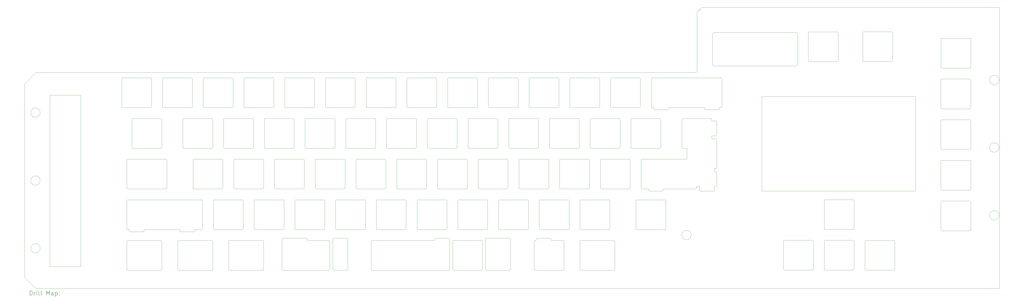
<source format=gbr>
%TF.GenerationSoftware,KiCad,Pcbnew,8.0.3*%
%TF.CreationDate,2024-09-11T17:16:24-04:00*%
%TF.ProjectId,cover_plate,636f7665-725f-4706-9c61-74652e6b6963,rev?*%
%TF.SameCoordinates,Original*%
%TF.FileFunction,Drillmap*%
%TF.FilePolarity,Positive*%
%FSLAX45Y45*%
G04 Gerber Fmt 4.5, Leading zero omitted, Abs format (unit mm)*
G04 Created by KiCad (PCBNEW 8.0.3) date 2024-09-11 17:16:24*
%MOMM*%
%LPD*%
G01*
G04 APERTURE LIST*
%ADD10C,0.100000*%
%ADD11C,0.200000*%
G04 APERTURE END LIST*
D10*
X27402095Y-18898355D02*
G75*
G02*
X27452095Y-18948355I-5J-50005D01*
G01*
X17379645Y-16578355D02*
G75*
G02*
X17329645Y-16528355I-5J49995D01*
G01*
X26452145Y-14668355D02*
G75*
G02*
X26402145Y-14618355I-5J49995D01*
G01*
X12127145Y-12758355D02*
X13427145Y-12758355D01*
X39928395Y-15767155D02*
X39867195Y-15767155D01*
X22072145Y-14618355D02*
X22072145Y-13318355D01*
X39928395Y-15767155D02*
G75*
G02*
X39978395Y-15817155I-5J-50005D01*
G01*
X46874185Y-10592195D02*
X48174185Y-10592195D01*
X28757145Y-12708355D02*
G75*
G02*
X28707145Y-12758365I-50005J-5D01*
G01*
X20244645Y-18488355D02*
G75*
G02*
X20194645Y-18438355I-5J49995D01*
G01*
X31227145Y-12758355D02*
X32527145Y-12758355D01*
X51835605Y-15233675D02*
X50535605Y-15233675D01*
X22977145Y-11358355D02*
G75*
G02*
X23027145Y-11408355I-5J-50005D01*
G01*
X48277065Y-18992795D02*
X46977065Y-18992795D01*
X31177145Y-11408355D02*
G75*
G02*
X31227145Y-11358365I49995J-5D01*
G01*
X16342145Y-20348355D02*
X16342145Y-19048355D01*
X23982145Y-14618355D02*
G75*
G02*
X23932145Y-14668365I-50005J-5D01*
G01*
X22627195Y-18898355D02*
G75*
G02*
X22677195Y-18948355I-5J-50005D01*
G01*
X20162145Y-14618355D02*
X20162145Y-13318355D01*
X34042145Y-13318355D02*
X34042145Y-14618355D01*
X16902145Y-14668355D02*
G75*
G02*
X16852145Y-14618355I-5J49995D01*
G01*
X30749645Y-16578355D02*
G75*
G02*
X30699645Y-16528355I-5J49995D01*
G01*
X21833395Y-20348355D02*
X21833395Y-19048355D01*
X27357145Y-11408355D02*
X27357145Y-12708355D01*
X16342145Y-14618355D02*
G75*
G02*
X16292145Y-14668365I-50005J-5D01*
G01*
X31512145Y-18998355D02*
X31512145Y-18948360D01*
X23587145Y-12758355D02*
X24887145Y-12758355D01*
X18679645Y-15178355D02*
G75*
G02*
X18729645Y-15228355I-5J-50005D01*
G01*
X36002145Y-14668355D02*
G75*
G02*
X35952145Y-14618355I-5J49995D01*
G01*
X50485605Y-11463675D02*
G75*
G02*
X50535605Y-11413685I49995J-5D01*
G01*
X32659645Y-16578355D02*
G75*
G02*
X32609645Y-16528355I-5J49995D01*
G01*
X13126645Y-18488855D02*
X14814645Y-18488855D01*
X20732145Y-18898355D02*
G75*
G02*
X20782145Y-18948355I-5J-50005D01*
G01*
X28312145Y-13318355D02*
X28312145Y-14618355D01*
X28789645Y-15228355D02*
X28789645Y-16528355D01*
X38389645Y-14668355D02*
G75*
G02*
X38339645Y-14618355I-5J49995D01*
G01*
X39689645Y-13268355D02*
X38389645Y-13268355D01*
X48174185Y-9192195D02*
G75*
G02*
X48224185Y-9242195I-5J-50005D01*
G01*
X33614645Y-20398355D02*
X35153395Y-20398355D01*
X21677145Y-12758355D02*
X22977145Y-12758355D01*
X48224185Y-10542195D02*
X48224185Y-9242195D01*
X28789645Y-15228355D02*
G75*
G02*
X28839645Y-15178365I49995J-5D01*
G01*
X32527145Y-11358355D02*
G75*
G02*
X32577145Y-11408355I-5J-50005D01*
G01*
X22582145Y-13318355D02*
X22582145Y-14618355D01*
X28312145Y-13318355D02*
G75*
G02*
X28362145Y-13268365I49995J-5D01*
G01*
X37718345Y-12808355D02*
G75*
G02*
X37668345Y-12858365I-50005J-5D01*
G01*
X18252145Y-14618355D02*
X18252145Y-13318355D01*
X26797145Y-11358355D02*
G75*
G02*
X26847145Y-11408355I-5J-50005D01*
G01*
X22677195Y-20348355D02*
X22677195Y-18948355D01*
X22154645Y-18488355D02*
X23454645Y-18488355D01*
X20589645Y-15178355D02*
X19289645Y-15178355D01*
X14703395Y-19048355D02*
X14703395Y-20348355D01*
X36240895Y-18488355D02*
G75*
G02*
X36190895Y-18438355I-5J49995D01*
G01*
X31094645Y-17088355D02*
G75*
G02*
X31144645Y-17138355I-5J-50005D01*
G01*
X32816127Y-20348355D02*
G75*
G02*
X32765913Y-20398598I-50238J-5D01*
G01*
X38389645Y-14668355D02*
X38578395Y-14668355D01*
X27834645Y-17138355D02*
X27834645Y-18438355D01*
X31654645Y-17138355D02*
G75*
G02*
X31704645Y-17088365I49995J-5D01*
G01*
X16852145Y-13318355D02*
G75*
G02*
X16902145Y-13268365I49995J-5D01*
G01*
X15419645Y-15228355D02*
G75*
G02*
X15469645Y-15178365I49995J-5D01*
G01*
X12365895Y-18488355D02*
X12427095Y-18488855D01*
X27752145Y-13268355D02*
G75*
G02*
X27802145Y-13318355I-5J-50005D01*
G01*
X16852145Y-13318355D02*
X16852145Y-14618355D01*
X18762145Y-13318355D02*
X18762145Y-14618355D01*
X16342145Y-14618355D02*
X16342145Y-13318355D01*
X14814645Y-18488855D02*
X14814645Y-18538355D01*
X25924645Y-17138355D02*
G75*
G02*
X25974645Y-17088365I49995J-5D01*
G01*
X21067145Y-11358355D02*
X19767145Y-11358355D01*
X51835605Y-13323675D02*
G75*
G02*
X51885605Y-13373675I-5J-50005D01*
G01*
X20194645Y-17138355D02*
X20194645Y-18438355D01*
X24459645Y-16528355D02*
X24459645Y-15228355D01*
X33482145Y-13268355D02*
G75*
G02*
X33532145Y-13318355I-5J-50005D01*
G01*
X34437145Y-11358355D02*
G75*
G02*
X34487145Y-11408355I-5J-50005D01*
G01*
X23932145Y-13268355D02*
X22632145Y-13268355D01*
X29317145Y-12758355D02*
X30617145Y-12758355D01*
X31177145Y-11408355D02*
X31177145Y-12708355D01*
X30617145Y-11358355D02*
X29317145Y-11358355D01*
X53210000Y-11456000D02*
G75*
G02*
X52770000Y-11456000I-220000J0D01*
G01*
X52770000Y-11456000D02*
G75*
G02*
X53210000Y-11456000I220000J0D01*
G01*
X32182145Y-14668355D02*
G75*
G02*
X32132145Y-14618355I-5J49995D01*
G01*
X45018245Y-17130975D02*
X45018245Y-18430975D01*
X44509445Y-20340015D02*
X44509445Y-19040015D01*
X31704645Y-18488355D02*
G75*
G02*
X31654645Y-18438355I-5J49995D01*
G01*
X25842145Y-13268355D02*
X24542145Y-13268355D01*
X35203975Y-20348001D02*
G75*
G02*
X35153065Y-20398945I-50585J-359D01*
G01*
X34914645Y-17088355D02*
G75*
G02*
X34964645Y-17138355I-5J-50005D01*
G01*
X33004645Y-17088355D02*
G75*
G02*
X33054645Y-17138355I-5J-50005D01*
G01*
X21783395Y-18998355D02*
G75*
G02*
X21833395Y-19048355I-5J-50005D01*
G01*
X33614645Y-20398355D02*
G75*
G02*
X33564645Y-20348355I-5J49995D01*
G01*
X50489355Y-9554355D02*
G75*
G02*
X50539355Y-9504355I50005J-5D01*
G01*
X22027195Y-20398355D02*
X22627195Y-20398355D01*
X21544645Y-17088355D02*
G75*
G02*
X21594645Y-17138355I-5J-50005D01*
G01*
X18729645Y-16528355D02*
X18729645Y-15228355D01*
X35392145Y-13268355D02*
G75*
G02*
X35442145Y-13318355I-5J-50005D01*
G01*
X27802145Y-14618355D02*
G75*
G02*
X27752145Y-14668365I-50005J-5D01*
G01*
X16902145Y-14668355D02*
X18202145Y-14668355D01*
X12315676Y-17138355D02*
G75*
G02*
X12365765Y-17088176I50184J-5D01*
G01*
X23027145Y-12708355D02*
X23027145Y-11408355D01*
X24064645Y-18488355D02*
X25364645Y-18488355D01*
X30139645Y-15178355D02*
X28839645Y-15178355D01*
X20639645Y-16528355D02*
G75*
G02*
X20589645Y-16578365I-50005J-5D01*
G01*
X50535605Y-12813675D02*
X51835605Y-12813675D01*
X19684645Y-18438355D02*
X19684645Y-17138355D01*
X21833395Y-20348355D02*
G75*
G02*
X21783395Y-20398355I-49995J-5D01*
G01*
X45018245Y-19040975D02*
G75*
G02*
X45068245Y-18990985I49995J-5D01*
G01*
X39739645Y-14079555D02*
X39739645Y-14223355D01*
X37068345Y-12858355D02*
X37668345Y-12858355D01*
X29794645Y-18488355D02*
G75*
G02*
X29744645Y-18438355I-5J49995D01*
G01*
X18334645Y-18488355D02*
X19634645Y-18488355D01*
X36479645Y-16578355D02*
X36779595Y-16578355D01*
X29794645Y-18488355D02*
X31094645Y-18488355D01*
X28229645Y-15178355D02*
G75*
G02*
X28279645Y-15228355I-5J-50005D01*
G01*
X20639645Y-16528355D02*
X20639645Y-15228355D01*
X12477095Y-18588355D02*
G75*
G02*
X12427095Y-18538355I-5J49995D01*
G01*
X34092145Y-14668355D02*
X35392145Y-14668355D01*
X30699645Y-15228355D02*
G75*
G02*
X30749645Y-15178365I49995J-5D01*
G01*
X18202145Y-13268355D02*
X16902145Y-13268355D01*
X20722145Y-14668355D02*
X22022145Y-14668355D01*
X26452145Y-14668355D02*
X27752145Y-14668355D01*
X28362145Y-14668355D02*
G75*
G02*
X28312145Y-14618355I-5J49995D01*
G01*
X30272145Y-14668355D02*
X31572145Y-14668355D01*
X16819645Y-16528355D02*
X16819645Y-15228355D01*
X51885605Y-18493675D02*
X51885605Y-17193675D01*
X51885605Y-18493675D02*
G75*
G02*
X51835605Y-18543685I-50005J-5D01*
G01*
X40174145Y-11358355D02*
X36957145Y-11358355D01*
X39772845Y-9325115D02*
G75*
G02*
X39872845Y-9225125I99995J-5D01*
G01*
X34569645Y-16578355D02*
X35869645Y-16578355D01*
X27274645Y-17088355D02*
X25974645Y-17088355D01*
X24409645Y-15178355D02*
X23109645Y-15178355D01*
X14143395Y-15178355D02*
X12365895Y-15178355D01*
X39023395Y-16528355D02*
X39023395Y-16467155D01*
X31415895Y-19048355D02*
G75*
G02*
X31465895Y-18998365I49995J-5D01*
G01*
X32099645Y-16528355D02*
G75*
G02*
X32049645Y-16578365I-50005J-5D01*
G01*
X30303395Y-20348355D02*
X30303395Y-18948355D01*
X29267145Y-11408355D02*
X29267145Y-12708355D01*
X50535605Y-14723675D02*
X51835605Y-14723675D01*
X33532145Y-14618355D02*
G75*
G02*
X33482145Y-14668365I-50005J-5D01*
G01*
X28279645Y-16528355D02*
G75*
G02*
X28229645Y-16578365I-50005J-5D01*
G01*
X30189645Y-16528355D02*
G75*
G02*
X30139645Y-16578365I-50005J-5D01*
G01*
X39772845Y-9325115D02*
X39772845Y-10700115D01*
X13427145Y-11358355D02*
G75*
G02*
X13477145Y-11408355I-5J-50005D01*
G01*
X39217195Y-16678355D02*
G75*
G02*
X39167195Y-16628355I-5J49995D01*
G01*
X45670345Y-10547615D02*
G75*
G02*
X45620345Y-10597625I-50005J-5D01*
G01*
X13954645Y-14618355D02*
G75*
G02*
X13904645Y-14668365I-50005J-5D01*
G01*
X12554645Y-13318355D02*
X12554645Y-14618355D01*
X51889355Y-10854355D02*
X51889355Y-9554355D01*
X23827000Y-20398355D02*
X27402095Y-20398355D01*
X28839645Y-16578355D02*
G75*
G02*
X28789645Y-16528355I-5J49995D01*
G01*
X37352145Y-14618355D02*
G75*
G02*
X37302145Y-14668365I-50005J-5D01*
G01*
X27407145Y-12758355D02*
X28707145Y-12758355D01*
X17297145Y-12708355D02*
G75*
G02*
X17247145Y-12758365I-50005J-5D01*
G01*
X39405945Y-12758355D02*
X39405945Y-12808355D01*
X25497145Y-12758355D02*
G75*
G02*
X25447145Y-12708355I-5J49995D01*
G01*
X22549645Y-16528355D02*
X22549645Y-15228355D01*
X23537145Y-11408355D02*
G75*
G02*
X23587145Y-11358365I49995J-5D01*
G01*
X46368245Y-18990975D02*
G75*
G02*
X46418245Y-19040975I-5J-50005D01*
G01*
X35919645Y-16528355D02*
G75*
G02*
X35869645Y-16578365I-50005J-5D01*
G01*
X26879645Y-15228355D02*
X26879645Y-16528355D01*
X23982145Y-14618355D02*
X23982145Y-13318355D01*
X21627145Y-11408355D02*
G75*
G02*
X21677145Y-11358365I49995J-5D01*
G01*
X27452095Y-20348355D02*
X27452095Y-18948355D01*
X27452095Y-20348355D02*
G75*
G02*
X27402095Y-20398365I-50005J-5D01*
G01*
X39739645Y-13379555D02*
X39739645Y-13318355D01*
X51839355Y-9504355D02*
X50539355Y-9504355D01*
X26369645Y-16528355D02*
X26369645Y-15228355D01*
X33004645Y-17088355D02*
X31704645Y-17088355D01*
X29712145Y-14618355D02*
X29712145Y-13318355D01*
X20589645Y-15178355D02*
G75*
G02*
X20639645Y-15228355I-5J-50005D01*
G01*
X32049645Y-15178355D02*
X30749645Y-15178355D01*
X32212145Y-18998355D02*
X32212145Y-18948360D01*
X39872845Y-10800115D02*
X43697845Y-10800115D01*
X39928395Y-13379555D02*
G75*
G02*
X39978395Y-13429555I-5J-50005D01*
G01*
X23775895Y-19048355D02*
G75*
G02*
X23825895Y-18998365I49995J-5D01*
G01*
X33137145Y-12758355D02*
G75*
G02*
X33087145Y-12708355I-5J49995D01*
G01*
X37018345Y-12758355D02*
X37018345Y-12808355D01*
X39867195Y-16628355D02*
X39867195Y-16467155D01*
X37540895Y-17088355D02*
G75*
G02*
X37590895Y-17138355I-5J-50005D01*
G01*
X39978395Y-14029555D02*
X39978395Y-13429555D01*
X43772845Y-10725115D02*
G75*
G02*
X43697845Y-10800125I-75005J-5D01*
G01*
X33614645Y-18488355D02*
G75*
G02*
X33564645Y-18438355I-5J49995D01*
G01*
X50535605Y-16633675D02*
G75*
G02*
X50485605Y-16583675I-5J49995D01*
G01*
X35869645Y-15178355D02*
G75*
G02*
X35919645Y-15228355I-5J-50005D01*
G01*
X21977195Y-18948355D02*
X21977195Y-20348355D01*
X26797145Y-11358355D02*
X25497145Y-11358355D01*
X38339645Y-13318355D02*
G75*
G02*
X38389645Y-13268365I49995J-5D01*
G01*
X39867195Y-16467155D02*
X39928395Y-16467155D01*
X29189695Y-20398355D02*
X30253395Y-20398355D01*
X37540895Y-17088355D02*
X36240895Y-17088355D01*
X40105945Y-12808355D02*
G75*
G02*
X40055945Y-12858365I-50005J-5D01*
G01*
X32099645Y-16528355D02*
X32099645Y-15228355D01*
X12316000Y-20349000D02*
X12316000Y-19049000D01*
X39872845Y-10800115D02*
G75*
G02*
X39772845Y-10700115I-5J99995D01*
G01*
X46368245Y-18990975D02*
X45068245Y-18990975D01*
X23827000Y-20398504D02*
G75*
G02*
X23775734Y-20348355I-1110J50144D01*
G01*
X30222145Y-13318355D02*
G75*
G02*
X30272145Y-13268365I49995J-5D01*
G01*
X31572145Y-13268355D02*
G75*
G02*
X31622145Y-13318355I-5J-50005D01*
G01*
X27884645Y-18488355D02*
X29184645Y-18488355D01*
X24492145Y-13318355D02*
X24492145Y-14618355D01*
X45068245Y-20390975D02*
X46368245Y-20390975D01*
X44320345Y-10597615D02*
X45620345Y-10597615D01*
X34964645Y-18438355D02*
X34964645Y-17138355D01*
X25447145Y-11408355D02*
G75*
G02*
X25497145Y-11358365I49995J-5D01*
G01*
X39455945Y-12858355D02*
G75*
G02*
X39405945Y-12808355I-5J49995D01*
G01*
X51885605Y-14673675D02*
X51885605Y-13373675D01*
X14942145Y-13318355D02*
G75*
G02*
X14992145Y-13268365I49995J-5D01*
G01*
X26879645Y-15228355D02*
G75*
G02*
X26929645Y-15178365I49995J-5D01*
G01*
X37479595Y-16628355D02*
G75*
G02*
X37429595Y-16678365I-50005J-5D01*
G01*
X14864695Y-18588355D02*
X15464695Y-18588355D01*
X34009645Y-16528355D02*
G75*
G02*
X33959645Y-16578365I-50005J-5D01*
G01*
X26752095Y-18997855D02*
X23825895Y-18998355D01*
X15864645Y-18438355D02*
G75*
G02*
X15814645Y-18488365I-50005J-5D01*
G01*
X24542145Y-14668355D02*
G75*
G02*
X24492145Y-14618355I-5J49995D01*
G01*
X50539355Y-10904355D02*
G75*
G02*
X50489365Y-10854355I5J49995D01*
G01*
X21977195Y-18948355D02*
G75*
G02*
X22027195Y-18898365I49995J-5D01*
G01*
X14992145Y-14668355D02*
X16292145Y-14668355D01*
X28707145Y-11358355D02*
G75*
G02*
X28757145Y-11408355I-5J-50005D01*
G01*
X31144645Y-18438355D02*
X31144645Y-17138355D01*
X53237000Y-8047325D02*
X53237000Y-21242325D01*
X53227325Y-21252000D01*
X8034605Y-21252000D01*
X7518872Y-20736267D01*
X7518872Y-11634085D01*
X8022281Y-11130676D01*
X8022281Y-11130000D01*
X8047781Y-11104500D01*
X39026105Y-11104500D01*
X39051605Y-11079000D01*
X39051605Y-8264000D01*
X39268605Y-8047000D01*
X53233325Y-8047000D01*
X53235000Y-8045325D01*
X53237000Y-8047325D01*
X34487145Y-12708355D02*
G75*
G02*
X34437145Y-12758365I-50005J-5D01*
G01*
X8255000Y-12993000D02*
G75*
G02*
X7815000Y-12993000I-220000J0D01*
G01*
X7815000Y-12993000D02*
G75*
G02*
X8255000Y-12993000I220000J0D01*
G01*
X8254000Y-16186000D02*
G75*
G02*
X7814000Y-16186000I-220000J0D01*
G01*
X7814000Y-16186000D02*
G75*
G02*
X8254000Y-16186000I220000J0D01*
G01*
X27802145Y-14618355D02*
X27802145Y-13318355D01*
X22627195Y-18898355D02*
X22027195Y-18898355D01*
X48224185Y-10542195D02*
G75*
G02*
X48174185Y-10592205I-50005J-5D01*
G01*
X43109445Y-19040015D02*
G75*
G02*
X43159445Y-18990025I49995J-5D01*
G01*
X39978395Y-15573355D02*
G75*
G02*
X39928395Y-15623365I-50005J-5D01*
G01*
X36397145Y-12708355D02*
X36397145Y-11408355D01*
X21149645Y-15228355D02*
G75*
G02*
X21199645Y-15178365I49995J-5D01*
G01*
X29744645Y-17138355D02*
G75*
G02*
X29794645Y-17088365I49995J-5D01*
G01*
X40174000Y-11358355D02*
G75*
G02*
X40217613Y-11408355I-6860J-50005D01*
G01*
X19207145Y-12708355D02*
G75*
G02*
X19157145Y-12758365I-50005J-5D01*
G01*
X21783395Y-18998355D02*
X20782145Y-18997855D01*
X25019645Y-16578355D02*
G75*
G02*
X24969645Y-16528355I-5J49995D01*
G01*
X30667145Y-12708355D02*
G75*
G02*
X30617145Y-12758365I-50005J-5D01*
G01*
X25364645Y-17088355D02*
X24064645Y-17088355D01*
X13127095Y-18538355D02*
X13126645Y-18488855D01*
X34009645Y-16528355D02*
X34009645Y-15228355D01*
X8708000Y-12175000D02*
X10159000Y-12175000D01*
X10159000Y-20226000D01*
X8708000Y-20226000D01*
X8708000Y-12175000D01*
X21199645Y-16578355D02*
X22499645Y-16578355D01*
X48174185Y-9192195D02*
X46874185Y-9192195D01*
X51839355Y-9504355D02*
G75*
G02*
X51889365Y-9554355I5J-50005D01*
G01*
X15469645Y-16578355D02*
X16769645Y-16578355D01*
X46418245Y-18430975D02*
X46418245Y-17130975D01*
X19207145Y-12708355D02*
X19207145Y-11408355D01*
X46977065Y-20392795D02*
X48277065Y-20392795D01*
X43159445Y-20390015D02*
X44459445Y-20390015D01*
X18729645Y-20348355D02*
G75*
G02*
X18679645Y-20398365I-50005J-5D01*
G01*
X35153537Y-18998214D02*
G75*
G02*
X35203537Y-19048355I-147J-50147D01*
G01*
X26847145Y-12708355D02*
G75*
G02*
X26797145Y-12758365I-50005J-5D01*
G01*
X32577145Y-12708355D02*
X32577145Y-11408355D01*
X32815895Y-20348000D02*
X32815895Y-19048360D01*
X16769645Y-15178355D02*
G75*
G02*
X16819645Y-15228355I-5J-50005D01*
G01*
X46418245Y-20340975D02*
X46418245Y-19040975D01*
X19157145Y-11358355D02*
G75*
G02*
X19207145Y-11408355I-5J-50005D01*
G01*
X13477145Y-12708355D02*
X13477145Y-11408355D01*
X20194645Y-17138355D02*
G75*
G02*
X20244645Y-17088365I49995J-5D01*
G01*
X50485605Y-13373675D02*
X50485605Y-14673675D01*
X16292145Y-18998355D02*
X14753395Y-18998355D01*
X33054645Y-18438355D02*
X33054645Y-17138355D01*
X35442145Y-14618355D02*
G75*
G02*
X35392145Y-14668365I-50005J-5D01*
G01*
X27834645Y-17138355D02*
G75*
G02*
X27884645Y-17088365I49995J-5D01*
G01*
X32527145Y-11358355D02*
X31227145Y-11358355D01*
X22104645Y-17138355D02*
X22104645Y-18438355D01*
X34997145Y-11408355D02*
X34997145Y-12708355D01*
X36479645Y-16578355D02*
G75*
G02*
X36429645Y-16528355I-5J49995D01*
G01*
X21067145Y-11358355D02*
G75*
G02*
X21117145Y-11408355I-5J-50005D01*
G01*
X24492145Y-13318355D02*
G75*
G02*
X24542145Y-13268365I49995J-5D01*
G01*
X51835605Y-13323675D02*
X50535605Y-13323675D01*
X16292145Y-13268355D02*
G75*
G02*
X16342145Y-13318355I-5J-50005D01*
G01*
X46418245Y-18430975D02*
G75*
G02*
X46368245Y-18480985I-50005J-5D01*
G01*
X45068245Y-18480975D02*
G75*
G02*
X45018245Y-18430975I-5J49995D01*
G01*
X37068345Y-12858355D02*
G75*
G02*
X37018345Y-12808355I-5J49995D01*
G01*
X13907000Y-20399000D02*
X12366000Y-20399000D01*
X28757145Y-12708355D02*
X28757145Y-11408355D01*
X22022145Y-13268355D02*
X20722145Y-13268355D01*
X25924645Y-17138355D02*
X25924645Y-18438355D01*
X22499645Y-15178355D02*
X21199645Y-15178355D01*
X39739645Y-14079555D02*
X39928395Y-14079555D01*
X22027195Y-20398355D02*
G75*
G02*
X21977195Y-20348355I-5J49995D01*
G01*
X32182145Y-14668355D02*
X33482145Y-14668355D01*
X17724645Y-17088355D02*
G75*
G02*
X17774645Y-17138355I-5J-50005D01*
G01*
X21594645Y-18438355D02*
G75*
G02*
X21544645Y-18488365I-50005J-5D01*
G01*
X19717145Y-11408355D02*
X19717145Y-12708355D01*
X38339645Y-13318355D02*
X38339645Y-14618355D01*
X39867195Y-15623355D02*
X39928395Y-15623355D01*
X24887145Y-11358355D02*
X23587145Y-11358355D01*
X17857145Y-12758355D02*
G75*
G02*
X17807145Y-12708355I-5J49995D01*
G01*
X30189645Y-16528355D02*
X30189645Y-15228355D01*
X28839645Y-16578355D02*
X30139645Y-16578355D01*
X31622145Y-14618355D02*
G75*
G02*
X31572145Y-14668365I-50005J-5D01*
G01*
X24887145Y-11358355D02*
G75*
G02*
X24937145Y-11408355I-5J-50005D01*
G01*
X39928395Y-14223355D02*
X39739645Y-14223355D01*
X39167195Y-16467155D02*
X39167195Y-16628355D01*
X46418245Y-20340975D02*
G75*
G02*
X46368245Y-20390985I-50005J-5D01*
G01*
X37718345Y-12808355D02*
X37718345Y-12758355D01*
X12315895Y-15228355D02*
X12315895Y-16528355D01*
X22632145Y-14668355D02*
X23932145Y-14668355D01*
X31512145Y-18948360D02*
G75*
G02*
X31562145Y-18898365I49995J0D01*
G01*
X18729645Y-19048355D02*
X18729645Y-20348355D01*
X25414645Y-18438355D02*
G75*
G02*
X25364645Y-18488365I-50005J-5D01*
G01*
X19639595Y-20398355D02*
X21783000Y-20398355D01*
X13907000Y-18999000D02*
G75*
G02*
X13957000Y-19049000I0J-50000D01*
G01*
X50485605Y-17193675D02*
G75*
G02*
X50535605Y-17143685I49995J-5D01*
G01*
X21677145Y-12758355D02*
G75*
G02*
X21627145Y-12708355I-5J49995D01*
G01*
X46874185Y-10592195D02*
G75*
G02*
X46824185Y-10542195I-5J49995D01*
G01*
X31622145Y-14618355D02*
X31622145Y-13318355D01*
X35047145Y-12758355D02*
X36347145Y-12758355D01*
X33564645Y-17138355D02*
X33564645Y-18438355D01*
X18812145Y-14668355D02*
X20112145Y-14668355D01*
X17297145Y-12708355D02*
X17297145Y-11408355D01*
X17329645Y-15228355D02*
G75*
G02*
X17379645Y-15178365I49995J-5D01*
G01*
X39689645Y-13268355D02*
G75*
G02*
X39739645Y-13318355I-5J-50005D01*
G01*
X51885605Y-16583675D02*
G75*
G02*
X51835605Y-16633685I-50005J-5D01*
G01*
X39978395Y-16417155D02*
G75*
G02*
X39928395Y-16467165I-50005J-5D01*
G01*
X16374645Y-17138355D02*
X16374645Y-18438355D01*
X26752095Y-18948355D02*
X26752095Y-18997855D01*
X12604645Y-14668355D02*
G75*
G02*
X12554645Y-14618355I-5J49995D01*
G01*
X34437145Y-11358355D02*
X33137145Y-11358355D01*
X12316000Y-19049000D02*
G75*
G02*
X12366000Y-18999000I50000J0D01*
G01*
X29184645Y-17088355D02*
G75*
G02*
X29234645Y-17138355I-5J-50005D01*
G01*
X34964645Y-18438355D02*
G75*
G02*
X34914645Y-18488365I-50005J-5D01*
G01*
X27407145Y-12758355D02*
G75*
G02*
X27357145Y-12708355I-5J49995D01*
G01*
X25447145Y-11408355D02*
X25447145Y-12708355D01*
X29184645Y-17088355D02*
X27884645Y-17088355D01*
X29317145Y-12758355D02*
G75*
G02*
X29267145Y-12708355I-5J49995D01*
G01*
X17088539Y-19047711D02*
X17088539Y-20347711D01*
X31654645Y-17138355D02*
X31654645Y-18438355D01*
X8257000Y-19366000D02*
G75*
G02*
X7817000Y-19366000I-220000J0D01*
G01*
X7817000Y-19366000D02*
G75*
G02*
X8257000Y-19366000I220000J0D01*
G01*
X19239645Y-15228355D02*
G75*
G02*
X19289645Y-15178365I49995J-5D01*
G01*
X28995895Y-20348355D02*
G75*
G02*
X28945895Y-20398365I-50005J-5D01*
G01*
X15947145Y-12758355D02*
X17247145Y-12758355D01*
X31094645Y-17088355D02*
X29794645Y-17088355D01*
X33532145Y-14618355D02*
X33532145Y-13318355D01*
X29662145Y-13268355D02*
X28362145Y-13268355D01*
X23059645Y-15228355D02*
G75*
G02*
X23109645Y-15178365I49995J-5D01*
G01*
X17724645Y-17088355D02*
X16424645Y-17088355D01*
X19634645Y-17088355D02*
G75*
G02*
X19684645Y-17138355I-5J-50005D01*
G01*
X24064645Y-18488355D02*
G75*
G02*
X24014645Y-18438355I-5J49995D01*
G01*
X24459645Y-16528355D02*
G75*
G02*
X24409645Y-16578365I-50005J-5D01*
G01*
X33959645Y-15178355D02*
X32659645Y-15178355D01*
X37479595Y-16628355D02*
X37479595Y-16578355D01*
X33087145Y-11408355D02*
G75*
G02*
X33137145Y-11358365I49995J-5D01*
G01*
X15337145Y-11358355D02*
X14037145Y-11358355D01*
X30617145Y-11358355D02*
G75*
G02*
X30667145Y-11408355I-5J-50005D01*
G01*
X50485605Y-15283675D02*
G75*
G02*
X50535605Y-15233685I49995J-5D01*
G01*
X19157145Y-11358355D02*
X17857145Y-11358355D01*
X50535605Y-12813675D02*
G75*
G02*
X50485605Y-12763675I-5J49995D01*
G01*
X45018245Y-19040975D02*
X45018245Y-20340975D01*
X29712145Y-14618355D02*
G75*
G02*
X29662145Y-14668365I-50005J-5D01*
G01*
X27324645Y-18438355D02*
X27324645Y-17138355D01*
X34042145Y-13318355D02*
G75*
G02*
X34092145Y-13268365I49995J-5D01*
G01*
X26929645Y-16578355D02*
G75*
G02*
X26879645Y-16528355I-5J49995D01*
G01*
X12604645Y-14668355D02*
X13904645Y-14668355D01*
X27324645Y-18438355D02*
G75*
G02*
X27274645Y-18488365I-50005J-5D01*
G01*
X46927065Y-19042795D02*
X46927065Y-20342795D01*
X51889355Y-10854355D02*
G75*
G02*
X51839355Y-10904355I-49995J-5D01*
G01*
X27595895Y-19048355D02*
G75*
G02*
X27645895Y-18998365I49995J-5D01*
G01*
X15514695Y-18538355D02*
X15514645Y-18488855D01*
X50485605Y-17193675D02*
X50485605Y-18493675D01*
X20672145Y-13318355D02*
X20672145Y-14618355D01*
X39867195Y-15767155D02*
X39867195Y-15623355D01*
X13987145Y-11408355D02*
G75*
G02*
X14037145Y-11358365I49995J-5D01*
G01*
X19767145Y-12758355D02*
G75*
G02*
X19717145Y-12708355I-5J49995D01*
G01*
X16374645Y-17138355D02*
G75*
G02*
X16424645Y-17088365I49995J-5D01*
G01*
X12315895Y-15228355D02*
G75*
G02*
X12365895Y-15178365I49995J-5D01*
G01*
X16819645Y-16528355D02*
G75*
G02*
X16769645Y-16578365I-50005J-5D01*
G01*
X14992145Y-14668355D02*
G75*
G02*
X14942145Y-14618355I-5J49995D01*
G01*
X36907145Y-11408355D02*
G75*
G02*
X36957145Y-11358365I49995J-5D01*
G01*
X44459445Y-18990015D02*
X43159445Y-18990015D01*
X23454645Y-17088355D02*
X22154645Y-17088355D01*
X43159445Y-20390015D02*
G75*
G02*
X43109445Y-20340015I-5J49995D01*
G01*
X34487145Y-12708355D02*
X34487145Y-11408355D01*
X30253395Y-18898355D02*
G75*
G02*
X30303395Y-18948355I-5J-50005D01*
G01*
X48327065Y-20342795D02*
G75*
G02*
X48277065Y-20392805I-50005J-5D01*
G01*
X23587145Y-12758355D02*
G75*
G02*
X23537145Y-12708355I-5J49995D01*
G01*
X27884645Y-18488355D02*
G75*
G02*
X27834645Y-18438355I-5J49995D01*
G01*
X20244645Y-18488355D02*
X21544645Y-18488355D01*
X46368245Y-17080975D02*
G75*
G02*
X46418245Y-17130975I-5J-50005D01*
G01*
X32162140Y-18898355D02*
X31562145Y-18898355D01*
X33482145Y-13268355D02*
X32182145Y-13268355D01*
X53210000Y-17817000D02*
G75*
G02*
X52770000Y-17817000I-220000J0D01*
G01*
X52770000Y-17817000D02*
G75*
G02*
X53210000Y-17817000I220000J0D01*
G01*
X34519645Y-15228355D02*
X34519645Y-16528355D01*
X33054645Y-18438355D02*
G75*
G02*
X33004645Y-18488365I-50005J-5D01*
G01*
X14756000Y-20398355D02*
G75*
G02*
X14703327Y-20348355I-2610J49995D01*
G01*
X26847145Y-12708355D02*
X26847145Y-11408355D01*
X45068245Y-18480975D02*
X46368245Y-18480975D01*
X15897145Y-11408355D02*
G75*
G02*
X15947145Y-11358365I49995J-5D01*
G01*
X16769645Y-15178355D02*
X15469645Y-15178355D01*
X15387145Y-12708355D02*
G75*
G02*
X15337145Y-12758365I-50005J-5D01*
G01*
X33564645Y-19048355D02*
G75*
G02*
X33614645Y-18998365I49995J-5D01*
G01*
X28707145Y-11358355D02*
X27407145Y-11358355D01*
X51835605Y-17143675D02*
G75*
G02*
X51885605Y-17193675I-5J-50005D01*
G01*
X13954645Y-14618355D02*
X13954645Y-13318355D01*
X37590895Y-18438355D02*
G75*
G02*
X37540895Y-18488365I-50005J-5D01*
G01*
X35919645Y-16528355D02*
X35919645Y-15228355D01*
X30749645Y-16578355D02*
X32049645Y-16578355D01*
X18679645Y-20398355D02*
X17138645Y-20398355D01*
X20112145Y-13268355D02*
G75*
G02*
X20162145Y-13318355I-5J-50005D01*
G01*
X18679645Y-18998355D02*
G75*
G02*
X18729645Y-19048355I-5J-50005D01*
G01*
X29189695Y-20398355D02*
G75*
G02*
X29139695Y-20348355I-5J49995D01*
G01*
X34997145Y-11408355D02*
G75*
G02*
X35047145Y-11358365I49995J-5D01*
G01*
X16292145Y-18998355D02*
G75*
G02*
X16342145Y-19048355I-5J-50005D01*
G01*
X12315895Y-17138355D02*
X12315895Y-18438355D01*
X22154645Y-18488355D02*
G75*
G02*
X22104645Y-18438355I-5J49995D01*
G01*
X18679645Y-15178355D02*
X17379645Y-15178355D01*
X24937145Y-12708355D02*
G75*
G02*
X24887145Y-12758365I-50005J-5D01*
G01*
X15897145Y-11408355D02*
X15897145Y-12708355D01*
X35047145Y-12758355D02*
G75*
G02*
X34997145Y-12708355I-5J49995D01*
G01*
X50535605Y-14723675D02*
G75*
G02*
X50485605Y-14673675I-5J49995D01*
G01*
X36829595Y-16678355D02*
G75*
G02*
X36779595Y-16628355I-5J49995D01*
G01*
X26402145Y-13318355D02*
X26402145Y-14618355D01*
X13957000Y-20349000D02*
G75*
G02*
X13907000Y-20399000I-50000J0D01*
G01*
X36397145Y-12708355D02*
G75*
G02*
X36347145Y-12758365I-50005J-5D01*
G01*
X21627145Y-11408355D02*
X21627145Y-12708355D01*
X29234645Y-18438355D02*
G75*
G02*
X29184645Y-18488365I-50005J-5D01*
G01*
X37352145Y-14618355D02*
X37352145Y-13318355D01*
X12077145Y-11408355D02*
X12077145Y-12708355D01*
X12366000Y-20399000D02*
G75*
G02*
X12316000Y-20349000I0J50000D01*
G01*
X21199645Y-16578355D02*
G75*
G02*
X21149645Y-16528355I-5J49995D01*
G01*
X51885605Y-12763675D02*
X51885605Y-11463675D01*
X43697845Y-9225115D02*
G75*
G02*
X43772845Y-9300115I-5J-75005D01*
G01*
X36429645Y-15228355D02*
G75*
G02*
X36479645Y-15178365I49995J-5D01*
G01*
X21149645Y-15228355D02*
X21149645Y-16528355D01*
X12365895Y-18488355D02*
G75*
G02*
X12315895Y-18438355I-5J49995D01*
G01*
X43109445Y-19040015D02*
X43109445Y-20340015D01*
X19767145Y-12758355D02*
X21067145Y-12758355D01*
X39217195Y-16678355D02*
X39817195Y-16678355D01*
X37479595Y-16578355D02*
X38973395Y-16578355D01*
X45620345Y-9197615D02*
G75*
G02*
X45670345Y-9247615I-5J-50005D01*
G01*
X38578395Y-15178355D02*
X36479645Y-15178355D01*
X32609645Y-15228355D02*
G75*
G02*
X32659645Y-15178365I49995J-5D01*
G01*
X32659645Y-16578355D02*
X33959645Y-16578355D01*
X36347145Y-11358355D02*
G75*
G02*
X36397145Y-11408355I-5J-50005D01*
G01*
X27402095Y-18898355D02*
X26802095Y-18898355D01*
X28945895Y-18998355D02*
X27645895Y-18998355D01*
X25974645Y-18488355D02*
X27274645Y-18488355D01*
X20112145Y-13268355D02*
X18812145Y-13268355D01*
X15514645Y-18488855D02*
X15814645Y-18488355D01*
X30303395Y-20348355D02*
G75*
G02*
X30253395Y-20398365I-50005J-5D01*
G01*
X17138645Y-20398355D02*
G75*
G02*
X17088645Y-20348355I-5J49995D01*
G01*
X29234645Y-18438355D02*
X29234645Y-17138355D01*
X18202145Y-13268355D02*
G75*
G02*
X18252145Y-13318355I-5J-50005D01*
G01*
X31465895Y-20398355D02*
X32766859Y-20398355D01*
X23932145Y-13268355D02*
G75*
G02*
X23982145Y-13318355I-5J-50005D01*
G01*
X39867195Y-16628355D02*
G75*
G02*
X39817195Y-16678365I-50005J-5D01*
G01*
X32132145Y-13318355D02*
G75*
G02*
X32182145Y-13268365I49995J-5D01*
G01*
X23109645Y-16578355D02*
X24409645Y-16578355D01*
X40105945Y-12758355D02*
X40167145Y-12758355D01*
X36347145Y-11358355D02*
X35047145Y-11358355D01*
X39928395Y-14223355D02*
G75*
G02*
X39978395Y-14273355I-5J-50005D01*
G01*
X12477095Y-18588355D02*
X13077095Y-18588355D01*
X12077145Y-11408355D02*
G75*
G02*
X12127145Y-11358365I49995J-5D01*
G01*
X20672145Y-13318355D02*
G75*
G02*
X20722145Y-13268365I49995J-5D01*
G01*
X28279645Y-16528355D02*
X28279645Y-15228355D01*
X18812145Y-14668355D02*
G75*
G02*
X18762145Y-14618355I-5J49995D01*
G01*
X31227145Y-12758355D02*
G75*
G02*
X31177145Y-12708355I-5J49995D01*
G01*
X45068245Y-20390975D02*
G75*
G02*
X45018245Y-20340975I-5J49995D01*
G01*
X39167195Y-16467155D02*
X39023395Y-16467155D01*
X35442145Y-14618355D02*
X35442145Y-13318355D01*
X50485605Y-11463675D02*
X50485605Y-12763675D01*
X19289645Y-16578355D02*
G75*
G02*
X19239645Y-16528355I-5J49995D01*
G01*
X22677195Y-20348355D02*
G75*
G02*
X22627195Y-20398365I-50005J-5D01*
G01*
X30222145Y-13318355D02*
X30222145Y-14618355D01*
X17774645Y-18438355D02*
G75*
G02*
X17724645Y-18488365I-50005J-5D01*
G01*
X13477145Y-12708355D02*
G75*
G02*
X13427145Y-12758365I-50005J-5D01*
G01*
X22072145Y-14618355D02*
G75*
G02*
X22022145Y-14668365I-50005J-5D01*
G01*
X35153537Y-18998214D02*
X33614787Y-18998214D01*
X46824185Y-9242195D02*
X46824185Y-10542195D01*
X35203395Y-20348355D02*
X35203395Y-19048355D01*
X29267145Y-11408355D02*
G75*
G02*
X29317145Y-11358365I49995J-5D01*
G01*
X21117145Y-12708355D02*
G75*
G02*
X21067145Y-12758365I-50005J-5D01*
G01*
X21594645Y-18438355D02*
X21594645Y-17138355D01*
X26369645Y-16528355D02*
G75*
G02*
X26319645Y-16578365I-50005J-5D01*
G01*
X15864645Y-18438355D02*
X15864645Y-17140000D01*
X17247145Y-11358355D02*
X15947145Y-11358355D01*
X46927065Y-19042795D02*
G75*
G02*
X46977065Y-18992805I49995J-5D01*
G01*
X37302145Y-13268355D02*
G75*
G02*
X37352145Y-13318355I-5J-50005D01*
G01*
X34519645Y-15228355D02*
G75*
G02*
X34569645Y-15178365I49995J-5D01*
G01*
X39978395Y-14029555D02*
G75*
G02*
X39928395Y-14079565I-50005J-5D01*
G01*
X17857145Y-12758355D02*
X19157145Y-12758355D01*
X23504645Y-18438355D02*
G75*
G02*
X23454645Y-18488365I-50005J-5D01*
G01*
X26752095Y-18948355D02*
G75*
G02*
X26802095Y-18898365I49995J-5D01*
G01*
X13987145Y-11408355D02*
X13987145Y-12708355D01*
X36779595Y-16578355D02*
X36779595Y-16628355D01*
X24014645Y-17138355D02*
G75*
G02*
X24064645Y-17088365I49995J-5D01*
G01*
X19684645Y-18438355D02*
G75*
G02*
X19634645Y-18488365I-50005J-5D01*
G01*
X43772845Y-10725115D02*
X43772845Y-9300115D01*
X27274645Y-17088355D02*
G75*
G02*
X27324645Y-17138355I-5J-50005D01*
G01*
X22977145Y-11358355D02*
X21677145Y-11358355D01*
X28362145Y-14668355D02*
X29662145Y-14668355D01*
X25892145Y-14618355D02*
G75*
G02*
X25842145Y-14668365I-50005J-5D01*
G01*
X33564645Y-17138355D02*
G75*
G02*
X33614645Y-17088365I49995J-5D01*
G01*
X34569645Y-16578355D02*
G75*
G02*
X34519645Y-16528355I-5J49995D01*
G01*
X50535605Y-18543675D02*
X51835605Y-18543675D01*
X40217145Y-12708355D02*
X40217145Y-11408355D01*
X13904645Y-13268355D02*
G75*
G02*
X13954645Y-13318355I-5J-50005D01*
G01*
X44509445Y-20340015D02*
G75*
G02*
X44459445Y-20390025I-50005J-5D01*
G01*
X18334645Y-18488355D02*
G75*
G02*
X18284645Y-18438355I-5J49995D01*
G01*
X16292145Y-13268355D02*
X14992145Y-13268355D01*
X26402145Y-13318355D02*
G75*
G02*
X26452145Y-13268365I49995J-5D01*
G01*
X33137145Y-12758355D02*
X34437145Y-12758355D01*
X23059645Y-15228355D02*
X23059645Y-16528355D01*
X23454645Y-17088355D02*
G75*
G02*
X23504645Y-17138355I-5J-50005D01*
G01*
X26319645Y-15178355D02*
X25019645Y-15178355D01*
X30253395Y-18898355D02*
X29189695Y-18898355D01*
X19639595Y-20398355D02*
G75*
G02*
X19589595Y-20348355I-5J49995D01*
G01*
X28229645Y-15178355D02*
X26929645Y-15178355D01*
X44270345Y-9247615D02*
G75*
G02*
X44320345Y-9197625I49995J-5D01*
G01*
X44320345Y-10597615D02*
G75*
G02*
X44270345Y-10547615I-5J49995D01*
G01*
X45018245Y-17130975D02*
G75*
G02*
X45068245Y-17080985I49995J-5D01*
G01*
X22499645Y-15178355D02*
G75*
G02*
X22549645Y-15228355I-5J-50005D01*
G01*
X51835605Y-11413675D02*
G75*
G02*
X51885605Y-11463675I-5J-50005D01*
G01*
X45670345Y-10547615D02*
X45670345Y-9247615D01*
X44270345Y-9247615D02*
X44270345Y-10547615D01*
X25974645Y-18488355D02*
G75*
G02*
X25924645Y-18438355I-5J49995D01*
G01*
X14037145Y-12758355D02*
G75*
G02*
X13987145Y-12708355I-5J49995D01*
G01*
X14143395Y-15178355D02*
G75*
G02*
X14193395Y-15228355I-5J-50005D01*
G01*
X43697845Y-9225115D02*
X39872845Y-9225115D01*
X36957145Y-12758355D02*
X37018345Y-12758355D01*
X46977065Y-20392795D02*
G75*
G02*
X46927065Y-20342795I-5J49995D01*
G01*
X37718345Y-12758355D02*
X39405945Y-12758355D01*
X25364645Y-17088355D02*
G75*
G02*
X25414645Y-17138355I-5J-50005D01*
G01*
X15814000Y-17088355D02*
X12366000Y-17088355D01*
X23537145Y-11408355D02*
X23537145Y-12708355D01*
X35952145Y-13318355D02*
X35952145Y-14618355D01*
X15387145Y-12708355D02*
X15387145Y-11408355D01*
X48327065Y-20342795D02*
X48327065Y-19042795D01*
X15419645Y-15228355D02*
X15419645Y-16528355D01*
X22022145Y-13268355D02*
G75*
G02*
X22072145Y-13318355I-5J-50005D01*
G01*
X30272145Y-14668355D02*
G75*
G02*
X30222145Y-14618355I-5J49995D01*
G01*
X17807145Y-11408355D02*
X17807145Y-12708355D01*
X15514695Y-18538355D02*
G75*
G02*
X15464695Y-18588365I-50005J-5D01*
G01*
X50485605Y-13373675D02*
G75*
G02*
X50535605Y-13323685I49995J-5D01*
G01*
X27752145Y-13268355D02*
X26452145Y-13268355D01*
X27595895Y-19048355D02*
X27595895Y-20348355D01*
X36190895Y-17138355D02*
X36190895Y-18438355D01*
X36190895Y-17138355D02*
G75*
G02*
X36240895Y-17088365I49995J-5D01*
G01*
X51835605Y-11413675D02*
X50535605Y-11413675D01*
X32765895Y-18998355D02*
G75*
G02*
X32815895Y-19048360I-5J-50005D01*
G01*
X17379645Y-16578355D02*
X18679645Y-16578355D01*
X18284645Y-17138355D02*
G75*
G02*
X18334645Y-17088365I49995J-5D01*
G01*
X13127095Y-18538355D02*
G75*
G02*
X13077095Y-18588365I-50005J-5D01*
G01*
X33564645Y-19048355D02*
X33564645Y-20348355D01*
X35869645Y-15178355D02*
X34569645Y-15178355D01*
X15814101Y-17088926D02*
G75*
G02*
X15864643Y-17139534I469J-50074D01*
G01*
X31465895Y-20398355D02*
G75*
G02*
X31415895Y-20348360I-5J49995D01*
G01*
X50485605Y-15283675D02*
X50485605Y-16583675D01*
X39023395Y-16528355D02*
G75*
G02*
X38973395Y-16578365I-50005J-5D01*
G01*
X18729645Y-16528355D02*
G75*
G02*
X18679645Y-16578365I-50005J-5D01*
G01*
X44459445Y-18990015D02*
G75*
G02*
X44509445Y-19040015I-5J-50005D01*
G01*
X51835605Y-15233675D02*
G75*
G02*
X51885605Y-15283675I-5J-50005D01*
G01*
X25019645Y-16578355D02*
X26319645Y-16578355D01*
X32577145Y-12708355D02*
G75*
G02*
X32527145Y-12758365I-50005J-5D01*
G01*
X29662145Y-13268355D02*
G75*
G02*
X29712145Y-13318355I-5J-50005D01*
G01*
X30139645Y-15178355D02*
G75*
G02*
X30189645Y-15228355I-5J-50005D01*
G01*
X31512145Y-18998355D02*
X31465895Y-18998355D01*
X19589595Y-18948355D02*
G75*
G02*
X19639595Y-18898365I49995J-5D01*
G01*
X17329645Y-15228355D02*
X17329645Y-16528355D01*
X39978395Y-15573355D02*
X39978395Y-14273355D01*
X13427145Y-11358355D02*
X12127145Y-11358355D01*
X53211000Y-14633000D02*
G75*
G02*
X52771000Y-14633000I-220000J0D01*
G01*
X52771000Y-14633000D02*
G75*
G02*
X53211000Y-14633000I220000J0D01*
G01*
X23775895Y-19048355D02*
X23775895Y-20348355D01*
X36957145Y-12758355D02*
G75*
G02*
X36907145Y-12708355I-5J49995D01*
G01*
X23109645Y-16578355D02*
G75*
G02*
X23059645Y-16528355I-5J49995D01*
G01*
X22632145Y-14668355D02*
G75*
G02*
X22582145Y-14618355I-5J49995D01*
G01*
X12365895Y-16578355D02*
X14143395Y-16578355D01*
X17807145Y-11408355D02*
G75*
G02*
X17857145Y-11358365I49995J-5D01*
G01*
X39978395Y-16417155D02*
X39978395Y-15817155D01*
X32132145Y-13318355D02*
X32132145Y-14618355D01*
X32049645Y-15178355D02*
G75*
G02*
X32099645Y-15228355I-5J-50005D01*
G01*
X32765890Y-18998355D02*
X32212145Y-18998355D01*
X13904645Y-13268355D02*
X12604645Y-13268355D01*
X30667145Y-12708355D02*
X30667145Y-11408355D01*
X22582145Y-13318355D02*
G75*
G02*
X22632145Y-13268365I49995J-5D01*
G01*
X39928395Y-13379555D02*
X39739645Y-13379555D01*
X39455945Y-12858355D02*
X40055945Y-12858355D01*
X35392145Y-13268355D02*
X34092145Y-13268355D01*
X14193395Y-16528355D02*
G75*
G02*
X14143395Y-16578365I-50005J-5D01*
G01*
X15337145Y-11358355D02*
G75*
G02*
X15387145Y-11408355I-5J-50005D01*
G01*
X13957000Y-19049000D02*
X13957000Y-20349000D01*
X17247145Y-11358355D02*
G75*
G02*
X17297145Y-11408355I-5J-50005D01*
G01*
X46824185Y-9242195D02*
G75*
G02*
X46874185Y-9192205I49995J-5D01*
G01*
X14037145Y-12758355D02*
X15337145Y-12758355D01*
X46368245Y-17080975D02*
X45068245Y-17080975D01*
X17774645Y-18438355D02*
X17774645Y-17138355D01*
X37590895Y-18438355D02*
X37590895Y-17138355D01*
X36002145Y-14668355D02*
X37302145Y-14668355D01*
X50539355Y-10904355D02*
X51839355Y-10904355D01*
X31704645Y-18488355D02*
X33004645Y-18488355D01*
X17088645Y-19048355D02*
G75*
G02*
X17138645Y-18998365I49995J-5D01*
G01*
X26319645Y-15178355D02*
G75*
G02*
X26369645Y-15228355I-5J-50005D01*
G01*
X29139695Y-18948355D02*
X29139695Y-20348355D01*
X24409645Y-15178355D02*
G75*
G02*
X24459645Y-15228355I-5J-50005D01*
G01*
X24937145Y-12708355D02*
X24937145Y-11408355D01*
X19589595Y-18948355D02*
X19589595Y-20348355D01*
X36240895Y-18488355D02*
X37540895Y-18488355D01*
X12366000Y-18999000D02*
X13907000Y-18999000D01*
X27645895Y-20398355D02*
G75*
G02*
X27595895Y-20348355I-5J49995D01*
G01*
X31572145Y-13268355D02*
X30272145Y-13268355D01*
X51885605Y-16583675D02*
X51885605Y-15283675D01*
X28995895Y-20348355D02*
X28995895Y-19048355D01*
X25497145Y-12758355D02*
X26797145Y-12758355D01*
X26929645Y-16578355D02*
X28229645Y-16578355D01*
X19634645Y-17088355D02*
X18334645Y-17088355D01*
X33959645Y-15178355D02*
G75*
G02*
X34009645Y-15228355I-5J-50005D01*
G01*
X19717145Y-11408355D02*
G75*
G02*
X19767145Y-11358365I49995J-5D01*
G01*
X24969645Y-15228355D02*
G75*
G02*
X25019645Y-15178365I49995J-5D01*
G01*
X20782145Y-18997855D02*
X20782145Y-18948355D01*
X30699645Y-15228355D02*
X30699645Y-16528355D01*
X24014645Y-17138355D02*
X24014645Y-18438355D01*
X14864695Y-18588355D02*
G75*
G02*
X14814695Y-18538355I-5J49995D01*
G01*
X23027145Y-12708355D02*
G75*
G02*
X22977145Y-12758365I-50005J-5D01*
G01*
X21117145Y-12708355D02*
X21117145Y-11408355D01*
X15469645Y-16578355D02*
G75*
G02*
X15419645Y-16528355I-5J49995D01*
G01*
X42090000Y-12234000D02*
X49298000Y-12234000D01*
X49298000Y-16678000D01*
X42090000Y-16678000D01*
X42090000Y-12234000D01*
X28945895Y-18998355D02*
G75*
G02*
X28995895Y-19048355I-5J-50005D01*
G01*
X16424645Y-18488355D02*
G75*
G02*
X16374645Y-18438355I-5J49995D01*
G01*
X51885605Y-14673675D02*
G75*
G02*
X51835605Y-14723685I-50005J-5D01*
G01*
X32162140Y-18898355D02*
G75*
G02*
X32212145Y-18948360I0J-50005D01*
G01*
X36429645Y-15228355D02*
X36429645Y-16528355D01*
X17138645Y-18998355D02*
X18679645Y-18998355D01*
X24542145Y-14668355D02*
X25842145Y-14668355D01*
X20732145Y-18898355D02*
X19639595Y-18898355D01*
X20162145Y-14618355D02*
G75*
G02*
X20112145Y-14668365I-50005J-5D01*
G01*
X40105945Y-12808355D02*
X40105945Y-12758355D01*
X50535605Y-16633675D02*
X51835605Y-16633675D01*
X34914645Y-17088355D02*
X33614645Y-17088355D01*
X14756000Y-20398355D02*
X16292145Y-20398355D01*
X50489355Y-9554355D02*
X50489355Y-10854355D01*
X18252145Y-14618355D02*
G75*
G02*
X18202145Y-14668365I-50005J-5D01*
G01*
X22549645Y-16528355D02*
G75*
G02*
X22499645Y-16578365I-50005J-5D01*
G01*
X21544645Y-17088355D02*
X20244645Y-17088355D01*
X40217145Y-12708355D02*
G75*
G02*
X40167145Y-12758365I-50005J-5D01*
G01*
X12365895Y-16578355D02*
G75*
G02*
X12315895Y-16528355I-5J49995D01*
G01*
X18762145Y-13318355D02*
G75*
G02*
X18812145Y-13268365I49995J-5D01*
G01*
X14942145Y-13318355D02*
X14942145Y-14618355D01*
X35952145Y-13318355D02*
G75*
G02*
X36002145Y-13268365I49995J-5D01*
G01*
X24969645Y-15228355D02*
X24969645Y-16528355D01*
X45620345Y-9197615D02*
X44320345Y-9197615D01*
X29744645Y-17138355D02*
X29744645Y-18438355D01*
X31415895Y-19048355D02*
X31415895Y-20348360D01*
X18284645Y-17138355D02*
X18284645Y-18438355D01*
X32609645Y-15228355D02*
X32609645Y-16528355D01*
X37302145Y-13268355D02*
X36002145Y-13268355D01*
X12427095Y-18488855D02*
X12427095Y-18538355D01*
X20722145Y-14668355D02*
G75*
G02*
X20672145Y-14618355I-5J49995D01*
G01*
X15947145Y-12758355D02*
G75*
G02*
X15897145Y-12708355I-5J49995D01*
G01*
X23504645Y-18438355D02*
X23504645Y-17138355D01*
X50535605Y-18543675D02*
G75*
G02*
X50485605Y-18493675I-5J49995D01*
G01*
X34092145Y-14668355D02*
G75*
G02*
X34042145Y-14618355I-5J49995D01*
G01*
X36829595Y-16678355D02*
X37429595Y-16678355D01*
X29139695Y-18948355D02*
G75*
G02*
X29189695Y-18898365I49995J-5D01*
G01*
X38779000Y-18747000D02*
G75*
G02*
X38339000Y-18747000I-220000J0D01*
G01*
X38339000Y-18747000D02*
G75*
G02*
X38779000Y-18747000I220000J0D01*
G01*
X27645895Y-20398355D02*
X28945895Y-20398355D01*
X25414645Y-18438355D02*
X25414645Y-17138355D01*
X27357145Y-11408355D02*
G75*
G02*
X27407145Y-11358365I49995J-5D01*
G01*
X51885605Y-12763675D02*
G75*
G02*
X51835605Y-12813685I-50005J-5D01*
G01*
X19239645Y-15228355D02*
X19239645Y-16528355D01*
X12554645Y-13318355D02*
G75*
G02*
X12604645Y-13268365I49995J-5D01*
G01*
X25842145Y-13268355D02*
G75*
G02*
X25892145Y-13318355I-5J-50005D01*
G01*
X14703249Y-19049000D02*
G75*
G02*
X14753269Y-18998215I50141J640D01*
G01*
X22104645Y-17138355D02*
G75*
G02*
X22154645Y-17088365I49995J-5D01*
G01*
X33614645Y-18488355D02*
X34914645Y-18488355D01*
X48277065Y-18992795D02*
G75*
G02*
X48327065Y-19042795I-5J-50005D01*
G01*
X36907145Y-11408355D02*
X36907145Y-12708355D01*
X16342145Y-20348355D02*
G75*
G02*
X16292145Y-20398365I-50005J-5D01*
G01*
X16424645Y-18488355D02*
X17724645Y-18488355D01*
X31144645Y-18438355D02*
G75*
G02*
X31094645Y-18488365I-50005J-5D01*
G01*
X19289645Y-16578355D02*
X20589645Y-16578355D01*
X33087145Y-11408355D02*
X33087145Y-12708355D01*
X14193395Y-16528355D02*
X14193395Y-15228355D01*
X38578395Y-14668355D02*
X38578395Y-15178355D01*
X12127145Y-12758355D02*
G75*
G02*
X12077145Y-12708355I-5J49995D01*
G01*
X51835605Y-17143675D02*
X50535605Y-17143675D01*
X25892145Y-14618355D02*
X25892145Y-13318355D01*
D11*
X7774649Y-21568484D02*
X7774649Y-21368484D01*
X7774649Y-21368484D02*
X7822268Y-21368484D01*
X7822268Y-21368484D02*
X7850839Y-21378008D01*
X7850839Y-21378008D02*
X7869887Y-21397055D01*
X7869887Y-21397055D02*
X7879411Y-21416103D01*
X7879411Y-21416103D02*
X7888934Y-21454198D01*
X7888934Y-21454198D02*
X7888934Y-21482770D01*
X7888934Y-21482770D02*
X7879411Y-21520865D01*
X7879411Y-21520865D02*
X7869887Y-21539912D01*
X7869887Y-21539912D02*
X7850839Y-21558960D01*
X7850839Y-21558960D02*
X7822268Y-21568484D01*
X7822268Y-21568484D02*
X7774649Y-21568484D01*
X7974649Y-21568484D02*
X7974649Y-21435150D01*
X7974649Y-21473246D02*
X7984172Y-21454198D01*
X7984172Y-21454198D02*
X7993696Y-21444674D01*
X7993696Y-21444674D02*
X8012744Y-21435150D01*
X8012744Y-21435150D02*
X8031792Y-21435150D01*
X8098458Y-21568484D02*
X8098458Y-21435150D01*
X8098458Y-21368484D02*
X8088934Y-21378008D01*
X8088934Y-21378008D02*
X8098458Y-21387531D01*
X8098458Y-21387531D02*
X8107982Y-21378008D01*
X8107982Y-21378008D02*
X8098458Y-21368484D01*
X8098458Y-21368484D02*
X8098458Y-21387531D01*
X8222268Y-21568484D02*
X8203220Y-21558960D01*
X8203220Y-21558960D02*
X8193696Y-21539912D01*
X8193696Y-21539912D02*
X8193696Y-21368484D01*
X8327030Y-21568484D02*
X8307982Y-21558960D01*
X8307982Y-21558960D02*
X8298458Y-21539912D01*
X8298458Y-21539912D02*
X8298458Y-21368484D01*
X8555601Y-21568484D02*
X8555601Y-21368484D01*
X8555601Y-21368484D02*
X8622268Y-21511341D01*
X8622268Y-21511341D02*
X8688934Y-21368484D01*
X8688934Y-21368484D02*
X8688934Y-21568484D01*
X8869887Y-21568484D02*
X8869887Y-21463722D01*
X8869887Y-21463722D02*
X8860363Y-21444674D01*
X8860363Y-21444674D02*
X8841315Y-21435150D01*
X8841315Y-21435150D02*
X8803220Y-21435150D01*
X8803220Y-21435150D02*
X8784173Y-21444674D01*
X8869887Y-21558960D02*
X8850839Y-21568484D01*
X8850839Y-21568484D02*
X8803220Y-21568484D01*
X8803220Y-21568484D02*
X8784173Y-21558960D01*
X8784173Y-21558960D02*
X8774649Y-21539912D01*
X8774649Y-21539912D02*
X8774649Y-21520865D01*
X8774649Y-21520865D02*
X8784173Y-21501817D01*
X8784173Y-21501817D02*
X8803220Y-21492293D01*
X8803220Y-21492293D02*
X8850839Y-21492293D01*
X8850839Y-21492293D02*
X8869887Y-21482770D01*
X8965125Y-21435150D02*
X8965125Y-21635150D01*
X8965125Y-21444674D02*
X8984173Y-21435150D01*
X8984173Y-21435150D02*
X9022268Y-21435150D01*
X9022268Y-21435150D02*
X9041315Y-21444674D01*
X9041315Y-21444674D02*
X9050839Y-21454198D01*
X9050839Y-21454198D02*
X9060363Y-21473246D01*
X9060363Y-21473246D02*
X9060363Y-21530389D01*
X9060363Y-21530389D02*
X9050839Y-21549436D01*
X9050839Y-21549436D02*
X9041315Y-21558960D01*
X9041315Y-21558960D02*
X9022268Y-21568484D01*
X9022268Y-21568484D02*
X8984173Y-21568484D01*
X8984173Y-21568484D02*
X8965125Y-21558960D01*
X9146077Y-21549436D02*
X9155601Y-21558960D01*
X9155601Y-21558960D02*
X9146077Y-21568484D01*
X9146077Y-21568484D02*
X9136554Y-21558960D01*
X9136554Y-21558960D02*
X9146077Y-21549436D01*
X9146077Y-21549436D02*
X9146077Y-21568484D01*
X9146077Y-21444674D02*
X9155601Y-21454198D01*
X9155601Y-21454198D02*
X9146077Y-21463722D01*
X9146077Y-21463722D02*
X9136554Y-21454198D01*
X9136554Y-21454198D02*
X9146077Y-21444674D01*
X9146077Y-21444674D02*
X9146077Y-21463722D01*
M02*

</source>
